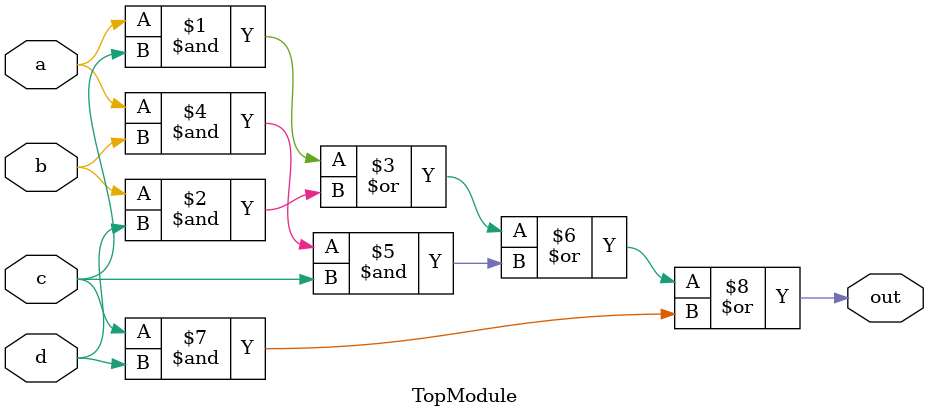
<source format=sv>

module TopModule (
  input a,
  input b,
  input c,
  input d,
  output out
);

  assign out = (a & c) | (b & d) | (a & b & c) | (c & d);

endmodule

// VERILOG-EVAL: errant inclusion of module definition

</source>
